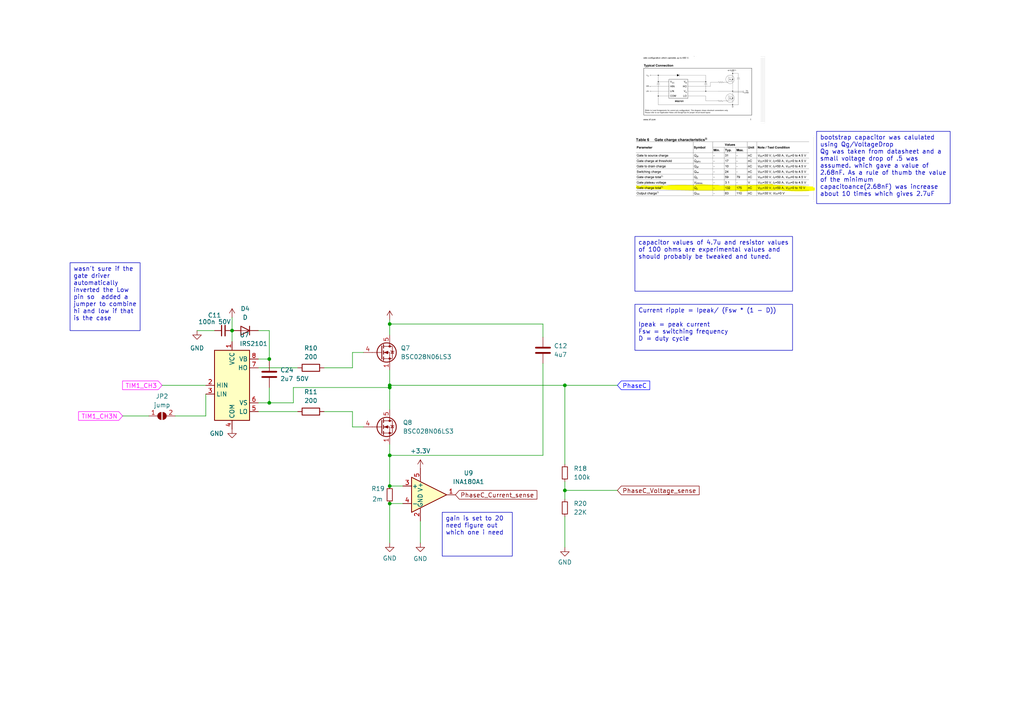
<source format=kicad_sch>
(kicad_sch (version 20231120) (generator "eeschema") (generator_version "8.0")
  (paper "A4")
  (lib_symbols
    (symbol "Amplifier_Current:INA180A1" (pin_names (offset 0.127))
      (property "Reference" "U" (at 3.81 3.81 0))
      (property "Value" "INA180A1" (at 3.81 -2.54 0))
      (symbol "INA180A1_0_1"
        (polyline (pts (xy 5.08 0) (xy -5.08 5.08) (xy -5.08 -5.08) (xy 5.08 0)) (stroke (width 0.254)) (fill (type background)))
      )
      (symbol "INA180A1_1_1"
        (pin output line (at 7.62 0 180) (length 2.54) (name "~") (number "1"))
        (pin power_in line (at -2.54 -7.62 90) (length 3.81) (name "GND") (number "2"))
        (pin input line (at -7.62 2.54 0) (length 2.54) (name "+") (number "3"))
        (pin input line (at -7.62 -2.54 0) (length 2.54) (name "-") (number "4"))
        (pin power_in line (at -2.54 7.62 270) (length 3.81) (name "V+") (number "5"))
      )
    )
    (symbol "Device:C" (pin_numbers hide) (pin_names (offset 0.254))
      (property "Reference" "C" (at 0.635 2.54 0))
      (property "Value" "C" (at 0.635 -2.54 0))
      (symbol "C_0_1"
        (polyline (pts (xy -2.032 -0.762) (xy 2.032 -0.762)) (stroke (width 0.508)))
        (polyline (pts (xy -2.032 0.762) (xy 2.032 0.762)) (stroke (width 0.508)))
      )
      (symbol "C_1_1"
        (pin passive line (at 0 3.81 270) (length 2.794) (name "~") (number "1"))
        (pin passive line (at 0 -3.81 90) (length 2.794) (name "~") (number "2"))
      )
    )
    (symbol "Device:C_Small" (pin_numbers hide) (pin_names (offset 0.254) hide)
      (property "Reference" "C" (at 0.254 1.778 0))
      (property "Value" "C_Small" (at 0.254 -2.032 0))
      (symbol "C_Small_0_1"
        (polyline (pts (xy -1.524 -0.508) (xy 1.524 -0.508)) (stroke (width 0.3302)))
        (polyline (pts (xy -1.524 0.508) (xy 1.524 0.508)) (stroke (width 0.3048)))
      )
      (symbol "C_Small_1_1"
        (pin passive line (at 0 2.54 270) (length 2.032) (name "~") (number "1"))
        (pin passive line (at 0 -2.54 90) (length 2.032) (name "~") (number "2"))
      )
    )
    (symbol "Device:D" (pin_numbers hide) (pin_names (offset 1.016) hide)
      (property "Reference" "D" (at 0 2.54 0))
      (property "Value" "D" (at 0 -2.54 0))
      (symbol "D_0_1"
        (polyline (pts (xy -1.27 1.27) (xy -1.27 -1.27)) (stroke (width 0.254)))
        (polyline (pts (xy 1.27 0) (xy -1.27 0)))
        (polyline (pts (xy 1.27 1.27) (xy 1.27 -1.27) (xy -1.27 0) (xy 1.27 1.27)) (stroke (width 0.254)))
      )
      (symbol "D_1_1"
        (pin passive line (at -3.81 0 0) (length 2.54) (name "K") (number "1"))
        (pin passive line (at 3.81 0 180) (length 2.54) (name "A") (number "2"))
      )
    )
    (symbol "Device:R" (pin_numbers hide) (pin_names (offset 0))
      (property "Reference" "R" (at 2.032 0 90))
      (property "Value" "R" (at 0 0 90))
      (symbol "R_0_1"
        (rectangle (start -1.016 -2.54) (end 1.016 2.54) (stroke (width 0.254)))
      )
      (symbol "R_1_1"
        (pin passive line (at 0 3.81 270) (length 1.27) (name "~") (number "1"))
        (pin passive line (at 0 -3.81 90) (length 1.27) (name "~") (number "2"))
      )
    )
    (symbol "Device:R_Small" (pin_numbers hide) (pin_names (offset 0.254) hide)
      (property "Reference" "R" (at 0.762 0.508 0))
      (property "Value" "R_Small" (at 0.762 -1.016 0))
      (symbol "R_Small_0_1"
        (rectangle (start -0.762 1.778) (end 0.762 -1.778) (stroke (width 0.2032)))
      )
      (symbol "R_Small_1_1"
        (pin passive line (at 0 2.54 270) (length 0.762) (name "~") (number "1"))
        (pin passive line (at 0 -2.54 90) (length 0.762) (name "~") (number "2"))
      )
    )
    (symbol "Driver_FET:IRS2101"
      (property "Reference" "U" (at 1.27 13.335 0))
      (property "Value" "IRS2101" (at 1.27 11.43 0))
      (symbol "IRS2101_0_1"
        (rectangle (start -5.08 -10.16) (end 5.08 10.16) (stroke (width 0.254)) (fill (type background)))
      )
      (symbol "IRS2101_1_1"
        (pin power_in line (at 0 12.7 270) (length 2.54) (name "VCC") (number "1"))
        (pin input line (at -7.62 0 0) (length 2.54) (name "HIN") (number "2"))
        (pin input line (at -7.62 -2.54 0) (length 2.54) (name "LIN") (number "3"))
        (pin power_in line (at 0 -12.7 90) (length 2.54) (name "COM") (number "4"))
        (pin output line (at 7.62 -7.62 180) (length 2.54) (name "LO") (number "5"))
        (pin passive line (at 7.62 -5.08 180) (length 2.54) (name "VS") (number "6"))
        (pin output line (at 7.62 5.08 180) (length 2.54) (name "HO") (number "7"))
        (pin passive line (at 7.62 7.62 180) (length 2.54) (name "VB") (number "8"))
      )
    )
    (symbol "GND_1" (power) (pin_numbers hide) (pin_names (offset 0) hide)
      (property "Value" "GND" (at 0 -3.81 0))
      (symbol "GND_1_0_1"
        (polyline (pts (xy 0 0) (xy 0 -1.27) (xy 1.27 -1.27) (xy 0 -2.54) (xy -1.27 -1.27) (xy 0 -1.27)))
      )
      (symbol "GND_1_1_1"
        (pin power_in line (at 0 0 270) (length 0) (name "~") (number "1"))
      )
    )
    (symbol "Jumper:SolderJumper_2_Open" (pin_names (offset 0) hide)
      (property "Reference" "JP" (at 0 2.032 0))
      (property "Value" "SolderJumper_2_Open" (at 0 -2.54 0))
      (symbol "SolderJumper_2_Open_0_1"
        (arc (start -0.254 1.016) (mid -1.2656 0) (end -0.254 -1.016))
        (arc (start -0.254 1.016) (mid -1.2656 0) (end -0.254 -1.016) (fill (type outline)))
        (polyline (pts (xy -0.254 1.016) (xy -0.254 -1.016)))
        (polyline (pts (xy 0.254 1.016) (xy 0.254 -1.016)))
        (arc (start 0.254 -1.016) (mid 1.2656 0) (end 0.254 1.016))
        (arc (start 0.254 -1.016) (mid 1.2656 0) (end 0.254 1.016) (fill (type outline)))
      )
      (symbol "SolderJumper_2_Open_1_1"
        (pin passive line (at -3.81 0 0) (length 2.54) (name "A") (number "1"))
        (pin passive line (at 3.81 0 180) (length 2.54) (name "B") (number "2"))
      )
    )
    (symbol "Transistor_FET:BSC028N06LS3" (pin_names hide)
      (property "Reference" "Q" (at 5.08 1.905 0))
      (property "Value" "BSC028N06LS3" (at 5.08 0 0))
      (symbol "BSC028N06LS3_0_1"
        (polyline (pts (xy 0.254 0) (xy -2.54 0)))
        (polyline (pts (xy 0.254 1.905) (xy 0.254 -1.905)) (stroke (width 0.254)))
        (polyline (pts (xy 0.762 -1.27) (xy 0.762 -2.286)) (stroke (width 0.254)))
        (polyline (pts (xy 0.762 0.508) (xy 0.762 -0.508)) (stroke (width 0.254)))
        (polyline (pts (xy 0.762 2.286) (xy 0.762 1.27)) (stroke (width 0.254)))
        (polyline (pts (xy 2.54 2.54) (xy 2.54 1.778)))
        (polyline (pts (xy 2.54 -2.54) (xy 2.54 0) (xy 0.762 0)))
        (polyline (pts (xy 0.762 -1.778) (xy 3.302 -1.778) (xy 3.302 1.778) (xy 0.762 1.778)))
        (polyline (pts (xy 1.016 0) (xy 2.032 0.381) (xy 2.032 -0.381) (xy 1.016 0)) (fill (type outline)))
        (polyline (pts (xy 2.794 0.508) (xy 2.921 0.381) (xy 3.683 0.381) (xy 3.81 0.254)))
        (polyline (pts (xy 3.302 0.381) (xy 2.921 -0.254) (xy 3.683 -0.254) (xy 3.302 0.381)))
        (circle (center 1.651 0) (radius 2.794) (stroke (width 0.254)))
        (circle (center 2.54 -1.778) (radius 0.254) (fill (type outline)))
        (circle (center 2.54 1.778) (radius 0.254) (fill (type outline)))
      )
      (symbol "BSC028N06LS3_1_1"
        (pin passive line (at 2.54 -5.08 90) (length 2.54) (name "S") (number "1"))
        (pin passive line (at 2.54 -5.08 90) (length 2.54) hide (name "S") (number "2"))
        (pin passive line (at 2.54 -5.08 90) (length 2.54) hide (name "S") (number "3"))
        (pin passive line (at -5.08 0 0) (length 2.54) (name "G") (number "4"))
        (pin passive line (at 2.54 5.08 270) (length 2.54) (name "D") (number "5"))
      )
    )
    (symbol "power:+3.3V" (power) (pin_numbers hide) (pin_names (offset 0) hide)
      (property "Value" "+3.3V" (at 0 3.556 0))
      (symbol "+3.3V_0_1"
        (polyline (pts (xy -0.762 1.27) (xy 0 2.54)))
        (polyline (pts (xy 0 0) (xy 0 2.54)))
        (polyline (pts (xy 0 2.54) (xy 0.762 1.27)))
      )
      (symbol "+3.3V_1_1"
        (pin power_in line (at 0 0 90) (length 0) (name "~") (number "1"))
      )
    )
    (symbol "power:GND" (power) (pin_names (offset 0))
      (property "Value" "GND" (at 0 -3.81 0))
      (symbol "GND_0_1"
        (polyline (pts (xy 0 0) (xy 0 -1.27) (xy 1.27 -1.27) (xy 0 -2.54) (xy -1.27 -1.27) (xy 0 -1.27)))
      )
      (symbol "GND_1_1"
        (pin power_in line (at 0 0 270) (length 0) hide (name "GND") (number "1"))
      )
    )
    (symbol "power:VCC" (power) (pin_names (offset 0))
      (property "Value" "VCC" (at 0 3.81 0))
      (symbol "VCC_0_1"
        (polyline (pts (xy -0.762 1.27) (xy 0 2.54)))
        (polyline (pts (xy 0 0) (xy 0 2.54)))
        (polyline (pts (xy 0 2.54) (xy 0.762 1.27)))
      )
      (symbol "VCC_1_1"
        (pin power_in line (at 0 0 90) (length 0) hide (name "VCC") (number "1"))
      )
    )
  )
  (junction (at 113.03 132.08))
  (junction (at 163.83 142.24))
  (junction (at 67.31 95.885))
  (junction (at 163.83 111.76))
  (junction (at 78.105 104.14))
  (junction (at 113.03 93.98))
  (junction (at 113.03 111.76))
  (junction (at 113.03 146.05))
  (junction (at 113.03 112.395))
  (junction (at 113.03 140.97))
  (junction (at 78.105 116.84))
  (wire (pts (xy 163.83 142.24) (xy 163.83 144.78)))
  (wire (pts (xy 50.8 120.65) (xy 59.69 120.65)))
  (wire (pts (xy 113.03 93.98) (xy 157.48 93.98)))
  (wire (pts (xy 67.31 95.885) (xy 67.31 99.06)))
  (wire (pts (xy 113.03 132.08) (xy 113.03 128.905)))
  (wire (pts (xy 78.105 116.84) (xy 85.09 116.84)))
  (wire (pts (xy 78.105 95.885) (xy 74.93 95.885)))
  (wire (pts (xy 163.83 111.76) (xy 163.83 134.62)))
  (wire (pts (xy 102.235 106.68) (xy 102.235 102.235)))
  (wire (pts (xy 93.98 106.68) (xy 102.235 106.68)))
  (wire (pts (xy 85.09 112.395) (xy 113.03 112.395)))
  (wire (pts (xy 113.03 132.08) (xy 113.03 140.97)))
  (wire (pts (xy 163.83 149.86) (xy 163.83 158.75)))
  (wire (pts (xy 163.83 139.7) (xy 163.83 142.24)))
  (wire (pts (xy 113.03 111.76) (xy 113.03 112.395)))
  (wire (pts (xy 78.105 104.14) (xy 78.105 95.885)))
  (wire (pts (xy 113.03 93.98) (xy 113.03 97.155)))
  (wire (pts (xy 78.105 112.395) (xy 78.105 116.84)))
  (wire (pts (xy 113.03 146.05) (xy 113.03 157.48)))
  (wire (pts (xy 113.03 107.315) (xy 113.03 111.76)))
  (wire (pts (xy 113.03 112.395) (xy 113.03 118.745)))
  (wire (pts (xy 157.48 105.41) (xy 157.48 132.08)))
  (wire (pts (xy 102.235 102.235) (xy 105.41 102.235)))
  (wire (pts (xy 163.83 142.24) (xy 179.07 142.24)))
  (wire (pts (xy 46.99 111.76) (xy 59.69 111.76)))
  (wire (pts (xy 35.56 120.65) (xy 43.18 120.65)))
  (wire (pts (xy 113.03 132.08) (xy 157.48 132.08)))
  (wire (pts (xy 113.03 146.05) (xy 116.84 146.05)))
  (wire (pts (xy 157.48 93.98) (xy 157.48 97.79)))
  (wire (pts (xy 113.03 92.71) (xy 113.03 93.98)))
  (wire (pts (xy 113.03 111.76) (xy 163.83 111.76)))
  (wire (pts (xy 163.83 111.76) (xy 179.07 111.76)))
  (wire (pts (xy 113.03 140.97) (xy 116.84 140.97)))
  (wire (pts (xy 74.93 104.14) (xy 78.105 104.14)))
  (wire (pts (xy 93.98 119.38) (xy 102.235 119.38)))
  (wire (pts (xy 74.93 106.68) (xy 86.36 106.68)))
  (wire (pts (xy 78.105 104.775) (xy 78.105 104.14)))
  (wire (pts (xy 59.69 120.65) (xy 59.69 114.3)))
  (wire (pts (xy 85.09 116.84) (xy 85.09 112.395)))
  (wire (pts (xy 102.235 123.825) (xy 105.41 123.825)))
  (wire (pts (xy 57.15 95.885) (xy 62.23 95.885)))
  (wire (pts (xy 121.92 157.48) (xy 121.92 151.13)))
  (wire (pts (xy 67.31 92.075) (xy 67.31 95.885)))
  (wire (pts (xy 102.235 119.38) (xy 102.235 123.825)))
  (wire (pts (xy 74.93 116.84) (xy 78.105 116.84)))
  (wire (pts (xy 74.93 119.38) (xy 86.36 119.38)))
  (image (at 203.2 26.035) (scale 0.13517))
  (image (at 209.55 48.895) (scale 0.173279))
  (text_box "gain is set to 20 need figure out which one i need \n" (at 128.27 148.59 0) (size 20.32 12.7) (effects (font (size 1.27 1.27)) (justify left top)))
  (text_box "wasn't sure if the gate driver automatically inverted the Low pin so  added a jumper to combine hi and low if that is the case \n" (at 20.32 76.2 0) (size 20.32 19.685) (effects (font (size 1.27 1.27)) (justify left top)))
  (text_box "Current ripple = Ipeak/ (Fsw * (1 - D))\n\nIpeak = peak current\nFsw = switching frequency\nD = duty cycle" (at 184.15 88.265 0) (size 45.72 13.335) (effects (font (size 1.27 1.27)) (justify left top)))
  (text_box "bootstrap capacitor was calulated using Qg/VoltageDrop\nQg was taken from datasheet and a small voltage drop of .5 was assumed. which gave a value of 2.68nF. As a rule of thumb the value of the minimum capacitoance(2.68nF) was increase about 10 times which gives 2.7uF\n " (at 236.855 38.1 0) (size 38.735 20.955) (effects (font (size 1.27 1.27)) (justify left top)))
  (text_box "capacitor values of 4.7u and resistor values of 100 ohms are experimental values and should probably be tweaked and tuned.\n" (at 184.15 68.58 0) (size 45.72 15.875) (effects (font (size 1.27 1.27)) (justify left top)))
  (global_label "PhaseC" (shape input) (at 179.07 111.76 0) (property "Intersheetrefs" "${INTERSHEET_REFS}" (effects (hide yes))))
  (global_label "TIM1_CH3" (shape input) (at 46.99 111.76 180) (property "Intersheetrefs" "${INTERSHEET_REFS}" (effects (hide yes))))
  (global_label "TIM1_CH3N" (shape input) (at 35.56 120.65 180) (property "Intersheetrefs" "${INTERSHEET_REFS}" (effects (hide yes))))
  (global_label "PhaseC_Voltage_sense" (shape input) (at 179.07 142.24 0) (property "Intersheetrefs" "${INTERSHEET_REFS}" (effects (hide yes))))
  (global_label "PhaseC_Current_sense" (shape input) (at 132.08 143.51 0) (property "Intersheetrefs" "${INTERSHEET_REFS}" (effects (hide yes))))
  (symbol (lib_id "power:GND") (at 113.03 157.48 0) (unit 1)
    (property "Reference" "#PWR052" (effects (hide yes)))
    (property "Value" "GND" (at 113.03 161.925 0))
  )
  (symbol (lib_id "Transistor_FET:BSC028N06LS3") (at 110.49 102.235 0) (unit 1)
    (property "Reference" "Q7" (at 116.205 100.965 0) (effects (justify left)))
    (property "Value" "BSC028N06LS3" (at 116.205 103.505 0) (effects (justify left)))
    (property "Footprint" "Package_TO_SOT_SMD:TDSON-8-1" (effects (hide yes)))
    (property "Datasheet" "http://www.infineon.com/dgdl/Infineon-BSC028N06LS3-DS-v02_02-en.pdf?fileId=db3a30431ddc9372011ebafa4c607f8c" (effects (hide yes)))
  )
  (symbol (lib_id "Driver_FET:IRS2101") (at 67.31 111.76 0) (unit 1)
    (property "Reference" "U7" (at 69.5041 97.155 0) (effects (justify left)))
    (property "Value" "IRS2101" (at 69.5041 99.695 0) (effects (justify left)))
    (property "Footprint" "Package_SO:SOIC-8-1EP_3.9x4.9mm_P1.27mm_EP2.41x3.81mm" (effects (hide yes)))
    (property "Datasheet" "https://www.infineon.com/dgdl/ir2101.pdf?fileId=5546d462533600a4015355c7a755166c" (effects (hide yes)))
  )
  (symbol (lib_id "Device:R_Small") (at 163.83 147.32 0) (unit 1)
    (property "Reference" "R20" (at 166.37 146.0499 0) (effects (justify left)))
    (property "Value" "22K" (at 166.37 148.5899 0) (effects (justify left)))
    (property "Description" "Resistor, small symbol" (effects (hide yes)))
  )
  (symbol (lib_id "Amplifier_Current:INA180A1") (at 124.46 143.51 0) (unit 1)
    (property "Reference" "U9" (at 135.89 137.1914 0))
    (property "Value" "INA180A1" (at 135.89 139.7314 0))
    (property "Footprint" "Package_TO_SOT_SMD:SOT-23-5" (effects (hide yes)))
    (property "Datasheet" "http://www.ti.com/lit/ds/symlink/ina180.pdf" (effects (hide yes)))
    (property "Description" "Current Sense Amplifier, 1 Circuit, Rail-to-Rail, 26V, Gain 20 V/V, SOT-23-5" (effects (hide yes)))
  )
  (symbol (lib_name "GND_1") (lib_id "power:GND") (at 121.92 157.48 0) (unit 1)
    (property "Reference" "#PWR053" (effects (hide yes)))
    (property "Value" "GND" (at 121.92 162.052 0))
    (property "Description" "Power symbol creates a global label with name \"GND\" , ground" (effects (hide yes)))
  )
  (symbol (lib_id "Jumper:SolderJumper_2_Open") (at 46.99 120.65 0) (unit 1)
    (property "Reference" "JP2" (at 46.99 114.935 0))
    (property "Value" "jump" (at 46.99 117.475 0))
    (property "Footprint" "Capacitor_SMD:C_0603_1608Metric_Pad1.08x0.95mm_HandSolder" (effects (hide yes)))
  )
  (symbol (lib_id "power:GND") (at 163.83 158.75 0) (unit 1)
    (property "Reference" "#PWR054" (effects (hide yes)))
    (property "Value" "GND" (at 163.83 163.068 0))
  )
  (symbol (lib_id "power:+3.3V") (at 121.92 135.89 0) (unit 1)
    (property "Reference" "#PWR045" (effects (hide yes)))
    (property "Value" "+3.3V" (at 121.92 130.81 0))
    (property "Description" "Power symbol creates a global label with name \"+3.3V\"" (effects (hide yes)))
  )
  (symbol (lib_id "Device:R") (at 90.17 119.38 90) (unit 1)
    (property "Reference" "R11" (at 90.17 113.665 90))
    (property "Value" "200" (at 90.17 116.205 90))
    (property "Footprint" "Resistor_SMD:R_2512_6332Metric_Pad1.40x3.35mm_HandSolder" (effects (hide yes)))
  )
  (symbol (lib_id "Transistor_FET:BSC028N06LS3") (at 110.49 123.825 0) (unit 1)
    (property "Reference" "Q8" (at 116.84 122.555 0) (effects (justify left)))
    (property "Value" "BSC028N06LS3" (at 116.84 125.095 0) (effects (justify left)))
    (property "Footprint" "Package_TO_SOT_SMD:TDSON-8-1" (effects (hide yes)))
    (property "Datasheet" "http://www.infineon.com/dgdl/Infineon-BSC028N06LS3-DS-v02_02-en.pdf?fileId=db3a30431ddc9372011ebafa4c607f8c" (effects (hide yes)))
  )
  (symbol (lib_id "Device:C") (at 157.48 101.6 0) (unit 1)
    (property "Reference" "C12" (at 160.655 100.33 0) (effects (justify left)))
    (property "Value" "4u7" (at 160.655 102.87 0) (effects (justify left)))
    (property "Footprint" "Capacitor_SMD:C_0603_1608Metric_Pad1.08x0.95mm_HandSolder" (effects (hide yes)))
  )
  (symbol (lib_id "Device:C_Small") (at 64.77 95.885 90) (unit 1)
    (property "Reference" "C11" (at 62.23 91.44 90))
    (property "Value" "100n 50V" (at 62.23 93.345 90))
    (property "Footprint" "Capacitor_SMD:C_0603_1608Metric_Pad1.08x0.95mm_HandSolder" (effects (hide yes)))
  )
  (symbol (lib_id "Device:C") (at 78.105 108.585 0) (unit 1)
    (property "Reference" "C24" (at 81.28 107.315 0) (effects (justify left)))
    (property "Value" "2u7 50V" (at 81.28 109.855 0) (effects (justify left)))
    (property "Footprint" "Capacitor_SMD:C_0603_1608Metric_Pad1.08x0.95mm_HandSolder" (effects (hide yes)))
  )
  (symbol (lib_id "Device:R") (at 90.17 106.68 90) (unit 1)
    (property "Reference" "R10" (at 90.17 100.965 90))
    (property "Value" "200" (at 90.17 103.505 90))
    (property "Footprint" "Resistor_SMD:R_2512_6332Metric_Pad1.40x3.35mm_HandSolder" (effects (hide yes)))
  )
  (symbol (lib_id "power:VCC") (at 67.31 92.075 0) (unit 1)
    (property "Reference" "#PWR041" (effects (hide yes)))
    (property "Value" "VCC" (effects (hide yes)))
  )
  (symbol (lib_id "power:VCC") (at 113.03 92.71 0) (unit 1)
    (property "Reference" "#PWR042" (effects (hide yes)))
    (property "Value" "VCC" (effects (hide yes)))
  )
  (symbol (lib_id "power:GND") (at 67.31 124.46 0) (unit 1)
    (property "Reference" "#PWR044" (effects (hide yes)))
    (property "Value" "GND" (at 62.865 125.73 0))
  )
  (symbol (lib_id "power:GND") (at 57.15 95.885 0) (unit 1)
    (property "Reference" "#PWR043" (effects (hide yes)))
    (property "Value" "GND" (at 57.15 100.965 0))
  )
  (symbol (lib_id "Device:R_Small") (at 113.03 143.51 0) (unit 1)
    (property "Reference" "R19" (at 107.696 141.732 0) (effects (justify left)))
    (property "Value" "2m" (at 107.95 144.78 0) (effects (justify left)))
    (property "Description" "Resistor, small symbol" (effects (hide yes)))
  )
  (symbol (lib_id "Device:D") (at 71.12 95.885 180) (unit 1)
    (property "Reference" "D4" (at 71.12 89.535 0))
    (property "Value" "D" (at 71.12 92.075 0))
    (property "Footprint" "Diode_SMD:D_0603_1608Metric_Pad1.05x0.95mm_HandSolder" (effects (hide yes)))
    (property "Sim.Device" "D" (effects (hide yes)))
    (property "Sim.Pins" "1=K 2=A" (effects (hide yes)))
  )
  (symbol (lib_id "Device:R_Small") (at 163.83 137.16 0) (unit 1)
    (property "Reference" "R18" (at 166.37 135.8899 0) (effects (justify left)))
    (property "Value" "100k" (at 166.37 138.4299 0) (effects (justify left)))
    (property "Description" "Resistor, small symbol" (effects (hide yes)))
  )
)
</source>
